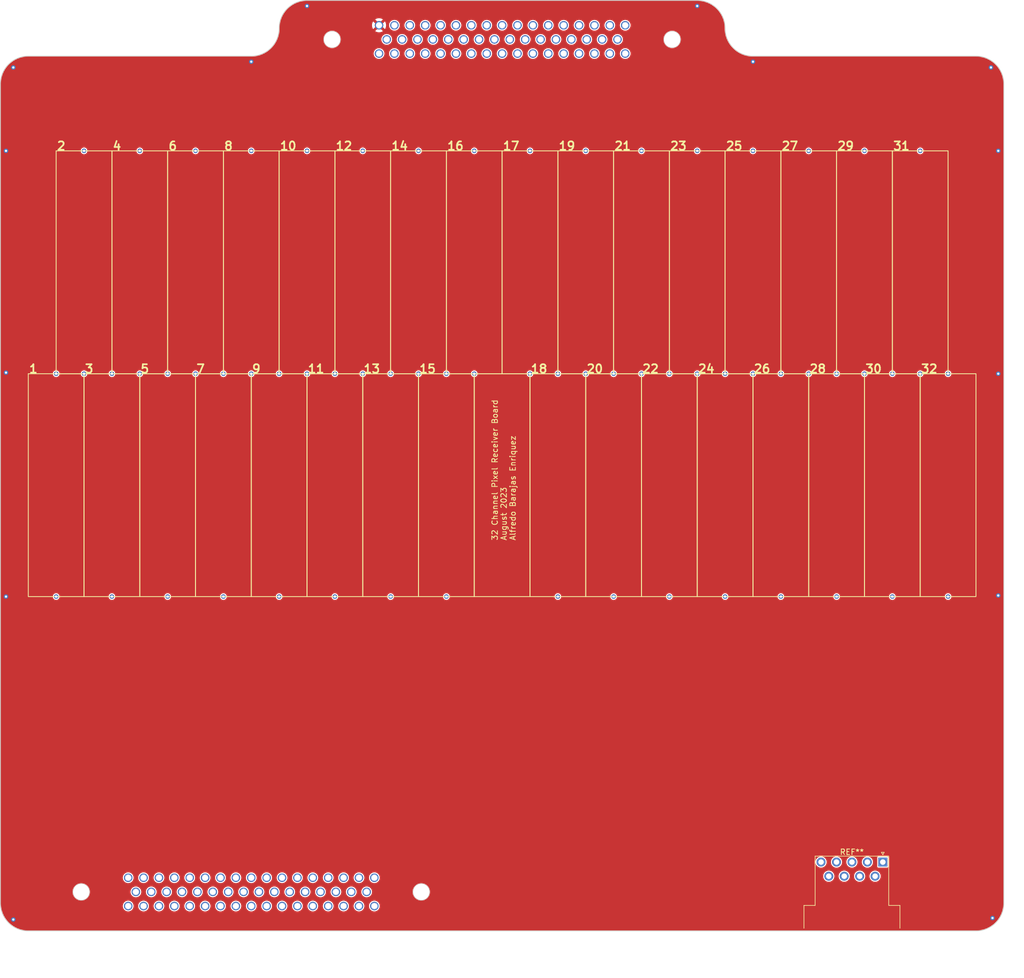
<source format=kicad_pcb>
(kicad_pcb (version 20221018) (generator pcbnew)
  (layers (0 "F.Cu" signal "S.Ground.Layer.Cu.1") (1 "In1.Cu" signal "In.Out.Trace.Layer.Cu.2") (2 "In2.Cu" signal "S.Ground.Layer.Cu.3") (3 "In3.Cu" signal "S.Ground.Layer.Cu.4") (4 "In4.Cu" signal "In.Out.Trace.Layer.Cu.5") (5 "In5.Cu" signal "S.Ground.Layer.Cu.6") (6 "In6.Cu" signal "P.Ground.Layer.Cu.7") (31 "B.Cu" signal "P.Trace.Layer.Cu.8") (34 "B.Paste" user) (35 "F.Paste" user) (36 "B.SilkS" user "B.Silkscreen") (37 "F.SilkS" user "F.Silkscreen") (38 "B.Mask" user) (39 "F.Mask" user) (44 "Edge.Cuts" user))
  (net 0 "")
  (net 1 "Signal.Ground")
  (net 2 "Power.Ground")
  (footprint "1.Local.Library:CONN D-SUB PLUG 50POS RA SLDR" (layer "F.Cu") (at 120 20)
    (fp_text reference "REF**" hide)
    (fp_text value "CONN D-SUB PLUG 50POS RA SLDR" hide)
    (fp_circle (center -30.5 0) (end -29 0) (stroke (width 0.1)) (fill none) (layer "Edge.Cuts"))
    (fp_circle (center 30.5 0) (end 32 0) (stroke (width 0.1)) (fill none) (layer "Edge.Cuts"))
    (pad "1" thru_hole circle (at -22.08 -2.54) (size 1.524 1.524) (drill 1.1) (layers "*.Cu" "*.Mask") (net 1 "Signal.Ground"))
    (pad "2" thru_hole circle (at -19.32 -2.54) (size 1.524 1.524) (drill 1.1) (layers "*.Cu" "*.Mask"))
    (pad "3" thru_hole circle (at -16.56 -2.54) (size 1.524 1.524) (drill 1.1) (layers "*.Cu" "*.Mask"))
    (pad "4" thru_hole circle (at -13.8 -2.54) (size 1.524 1.524) (drill 1.1) (layers "*.Cu" "*.Mask"))
    (pad "5" thru_hole circle (at -11.04 -2.54) (size 1.524 1.524) (drill 1.1) (layers "*.Cu" "*.Mask"))
    (pad "6" thru_hole circle (at -8.28 -2.54) (size 1.524 1.524) (drill 1.1) (layers "*.Cu" "*.Mask"))
    (pad "7" thru_hole circle (at -5.52 -2.54) (size 1.524 1.524) (drill 1.1) (layers "*.Cu" "*.Mask"))
    (pad "8" thru_hole circle (at -2.76 -2.54) (size 1.524 1.524) (drill 1.1) (layers "*.Cu" "*.Mask"))
    (pad "9" thru_hole circle (at 0 -2.54) (size 1.524 1.524) (drill 1.1) (layers "*.Cu" "*.Mask"))
    (pad "10" thru_hole circle (at 2.76 -2.54) (size 1.524 1.524) (drill 1.1) (layers "*.Cu" "*.Mask"))
    (pad "11" thru_hole circle (at 5.52 -2.54) (size 1.524 1.524) (drill 1.1) (layers "*.Cu" "*.Mask"))
    (pad "12" thru_hole circle (at 8.28 -2.54) (size 1.524 1.524) (drill 1.1) (layers "*.Cu" "*.Mask"))
    (pad "13" thru_hole circle (at 11.04 -2.54) (size 1.524 1.524) (drill 1.1) (layers "*.Cu" "*.Mask"))
    (pad "14" thru_hole circle (at 13.8 -2.54) (size 1.524 1.524) (drill 1.1) (layers "*.Cu" "*.Mask"))
    (pad "15" thru_hole circle (at 16.56 -2.54) (size 1.524 1.524) (drill 1.1) (layers "*.Cu" "*.Mask"))
    (pad "16" thru_hole circle (at 19.32 -2.54) (size 1.524 1.524) (drill 1.1) (layers "*.Cu" "*.Mask"))
    (pad "17" thru_hole circle (at 22.08 -2.54) (size 1.524 1.524) (drill 1.1) (layers "*.Cu" "*.Mask"))
    (pad "18" thru_hole circle (at -20.7 0) (size 1.524 1.524) (drill 1.1) (layers "*.Cu" "*.Mask"))
    (pad "19" thru_hole circle (at -17.94 0) (size 1.524 1.524) (drill 1.1) (layers "*.Cu" "*.Mask"))
    (pad "20" thru_hole circle (at -15.18 0) (size 1.524 1.524) (drill 1.1) (layers "*.Cu" "*.Mask"))
    (pad "21" thru_hole circle (at -12.42 0) (size 1.524 1.524) (drill 1.1) (layers "*.Cu" "*.Mask"))
    (pad "22" thru_hole circle (at -9.66 0) (size 1.524 1.524) (drill 1.1) (layers "*.Cu" "*.Mask"))
    (pad "23" thru_hole circle (at -6.9 0) (size 1.524 1.524) (drill 1.1) (layers "*.Cu" "*.Mask"))
    (pad "24" thru_hole circle (at -4.14 0) (size 1.524 1.524) (drill 1.1) (layers "*.Cu" "*.Mask"))
    (pad "25" thru_hole circle (at -1.38 0) (size 1.524 1.524) (drill 1.1) (layers "*.Cu" "*.Mask"))
    (pad "26" thru_hole circle (at 1.38 0) (size 1.524 1.524) (drill 1.1) (layers "*.Cu" "*.Mask"))
    (pad "27" thru_hole circle (at 4.14 0) (size 1.524 1.524) (drill 1.1) (layers "*.Cu" "*.Mask"))
    (pad "28" thru_hole circle (at 6.9 0) (size 1.524 1.524) (drill 1.1) (layers "*.Cu" "*.Mask"))
    (pad "29" thru_hole circle (at 9.66 0) (size 1.524 1.524) (drill 1.1) (layers "*.Cu" "*.Mask"))
    (pad "30" thru_hole circle (at 12.42 0) (size 1.524 1.524) (drill 1.1) (layers "*.Cu" "*.Mask"))
    (pad "31" thru_hole circle (at 15.18 0) (size 1.524 1.524) (drill 1.1) (layers "*.Cu" "*.Mask"))
    (pad "32" thru_hole circle (at 17.94 0) (size 1.524 1.524) (drill 1.1) (layers "*.Cu" "*.Mask"))
    (pad "33" thru_hole circle (at 20.7 0) (size 1.524 1.524) (drill 1.1) (layers "*.Cu" "*.Mask"))
    (pad "34" thru_hole circle (at -22.08 2.54) (size 1.524 1.524) (drill 1.1) (layers "*.Cu" "*.Mask"))
    (pad "35" thru_hole circle (at -19.32 2.54) (size 1.524 1.524) (drill 1.1) (layers "*.Cu" "*.Mask"))
    (pad "36" thru_hole circle (at -16.56 2.54) (size 1.524 1.524) (drill 1.1) (layers "*.Cu" "*.Mask"))
    (pad "37" thru_hole circle (at -13.8 2.54) (size 1.524 1.524) (drill 1.1) (layers "*.Cu" "*.Mask"))
    (pad "38" thru_hole circle (at -11.04 2.54) (size 1.524 1.524) (drill 1.1) (layers "*.Cu" "*.Mask"))
    (pad "39" thru_hole circle (at -8.28 2.54) (size 1.524 1.524) (drill 1.1) (layers "*.Cu" "*.Mask"))
    (pad "40" thru_hole circle (at -5.52 2.54) (size 1.524 1.524) (drill 1.1) (layers "*.Cu" "*.Mask"))
    (pad "41" thru_hole circle (at -2.76 2.54) (size 1.524 1.524) (drill 1.1) (layers "*.Cu" "*.Mask"))
    (pad "42" thru_hole circle (at 0 2.54) (size 1.524 1.524) (drill 1.1) (layers "*.Cu" "*.Mask"))
    (pad "43" thru_hole circle (at 2.76 2.54) (size 1.524 1.524) (drill 1.1) (layers "*.Cu" "*.Mask"))
    (pad "44" thru_hole circle (at 5.52 2.54) (size 1.524 1.524) (drill 1.1) (layers "*.Cu" "*.Mask"))
    (pad "45" thru_hole circle (at 8.28 2.54) (size 1.524 1.524) (drill 1.1) (layers "*.Cu" "*.Mask"))
    (pad "46" thru_hole circle (at 11.04 2.54) (size 1.524 1.524) (drill 1.1) (layers "*.Cu" "*.Mask"))
    (pad "47" thru_hole circle (at 13.8 2.54) (size 1.524 1.524) (drill 1.1) (layers "*.Cu" "*.Mask"))
    (pad "48" thru_hole circle (at 16.56 2.54) (size 1.524 1.524) (drill 1.1) (layers "*.Cu" "*.Mask"))
    (pad "49" thru_hole circle (at 19.32 2.54) (size 1.524 1.524) (drill 1.1) (layers "*.Cu" "*.Mask"))
    (pad "50" thru_hole circle (at 22.08 2.54) (size 1.524 1.524) (drill 1.1) (layers "*.Cu" "*.Mask"))
  )
  (footprint "Connector_Dsub:DSUB-9_Female_Horizontal_P2.77x2.54mm_EdgePinOffset9.40mm" (layer "F.Cu") (at 188.293 167.647)
    (fp_text reference "REF**" (at -5.54 -1.8) (layer "F.SilkS"))
    (fp_text value "DSUB-9_Female_Horizontal_P2.77x2.54mm_EdgePinOffset9.40mm")
    (fp_line (start -14.15 7.78) (end -12.14 7.78) (stroke (width 0.12)) (layer "F.SilkS"))
    (fp_line (start -14.15 11.88) (end -14.15 7.78) (stroke (width 0.12)) (layer "F.SilkS"))
    (fp_line (start -12.14 -1.06) (end 1.06 -1.06) (stroke (width 0.12)) (layer "F.SilkS"))
    (fp_line (start -12.14 7.78) (end -12.14 -1.06) (stroke (width 0.12)) (layer "F.SilkS"))
    (fp_line (start -0.25 -1.754338) (end 0.25 -1.754338) (stroke (width 0.12)) (layer "F.SilkS"))
    (fp_line (start 0 -1.321325) (end -0.25 -1.754338) (stroke (width 0.12)) (layer "F.SilkS"))
    (fp_line (start 0.25 -1.754338) (end 0 -1.321325) (stroke (width 0.12)) (layer "F.SilkS"))
    (fp_line (start 1.06 -1.06) (end 1.06 7.78) (stroke (width 0.12)) (layer "F.SilkS"))
    (fp_line (start 1.06 7.78) (end 3.07 7.78) (stroke (width 0.12)) (layer "F.SilkS"))
    (fp_line (start 3.07 7.78) (end 3.07 11.88) (stroke (width 0.12)) (layer "F.SilkS"))
    (pad "1" thru_hole rect (at 0 0) (size 1.6 1.6) (drill 1) (layers "*.Cu" "*.Mask") (net 2 "Power.Ground"))
    (pad "2" thru_hole circle (at -2.77 0) (size 1.6 1.6) (drill 1) (layers "*.Cu" "*.Mask"))
    (pad "3" thru_hole circle (at -5.54 0) (size 1.6 1.6) (drill 1) (layers "*.Cu" "*.Mask"))
    (pad "4" thru_hole circle (at -8.31 0) (size 1.6 1.6) (drill 1) (layers "*.Cu" "*.Mask"))
    (pad "5" thru_hole circle (at -11.08 0) (size 1.6 1.6) (drill 1) (layers "*.Cu" "*.Mask"))
    (pad "6" thru_hole circle (at -1.385 2.54) (size 1.6 1.6) (drill 1) (layers "*.Cu" "*.Mask"))
    (pad "7" thru_hole circle (at -4.155 2.54) (size 1.6 1.6) (drill 1) (layers "*.Cu" "*.Mask"))
    (pad "8" thru_hole circle (at -6.925 2.54) (size 1.6 1.6) (drill 1) (layers "*.Cu" "*.Mask"))
    (pad "9" thru_hole circle (at -9.695 2.54) (size 1.6 1.6) (drill 1) (layers "*.Cu" "*.Mask"))
  )
  (footprint "1.Local.Library:CONN D-SUB PLUG 50POS RA SLDR" (layer "F.Cu") (at 75 173 180)
    (fp_text reference "REF**" hide)
    (fp_text value "CONN D-SUB PLUG 50POS RA SLDR" hide)
    (fp_circle (center -30.5 0) (end -29 0) (stroke (width 0.1)) (fill none) (layer "Edge.Cuts"))
    (fp_circle (center 30.5 0) (end 32 0) (stroke (width 0.1)) (fill none) (layer "Edge.Cuts"))
    (pad "1" thru_hole circle (at -22.08 -2.54 180) (size 1.524 1.524) (drill 1.1) (layers "*.Cu" "*.Mask"))
    (pad "2" thru_hole circle (at -19.32 -2.54 180) (size 1.524 1.524) (drill 1.1) (layers "*.Cu" "*.Mask"))
    (pad "3" thru_hole circle (at -16.56 -2.54 180) (size 1.524 1.524) (drill 1.1) (layers "*.Cu" "*.Mask"))
    (pad "4" thru_hole circle (at -13.8 -2.54 180) (size 1.524 1.524) (drill 1.1) (layers "*.Cu" "*.Mask"))
    (pad "5" thru_hole circle (at -11.04 -2.54 180) (size 1.524 1.524) (drill 1.1) (layers "*.Cu" "*.Mask"))
    (pad "6" thru_hole circle (at -8.28 -2.54 180) (size 1.524 1.524) (drill 1.1) (layers "*.Cu" "*.Mask"))
    (pad "7" thru_hole circle (at -5.52 -2.54 180) (size 1.524 1.524) (drill 1.1) (layers "*.Cu" "*.Mask"))
    (pad "8" thru_hole circle (at -2.76 -2.54 180) (size 1.524 1.524) (drill 1.1) (layers "*.Cu" "*.Mask"))
    (pad "9" thru_hole circle (at 0 -2.54 180) (size 1.524 1.524) (drill 1.1) (layers "*.Cu" "*.Mask"))
    (pad "10" thru_hole circle (at 2.76 -2.54 180) (size 1.524 1.524) (drill 1.1) (layers "*.Cu" "*.Mask"))
    (pad "11" thru_hole circle (at 5.52 -2.54 180) (size 1.524 1.524) (drill 1.1) (layers "*.Cu" "*.Mask"))
    (pad "12" thru_hole circle (at 8.28 -2.54 180) (size 1.524 1.524) (drill 1.1) (layers "*.Cu" "*.Mask"))
    (pad "13" thru_hole circle (at 11.04 -2.54 180) (size 1.524 1.524) (drill 1.1) (layers "*.Cu" "*.Mask"))
    (pad "14" thru_hole circle (at 13.8 -2.54 180) (size 1.524 1.524) (drill 1.1) (layers "*.Cu" "*.Mask"))
    (pad "15" thru_hole circle (at 16.56 -2.54 180) (size 1.524 1.524) (drill 1.1) (layers "*.Cu" "*.Mask"))
    (pad "16" thru_hole circle (at 19.32 -2.54 180) (size 1.524 1.524) (drill 1.1) (layers "*.Cu" "*.Mask"))
    (pad "17" thru_hole circle (at 22.08 -2.54 180) (size 1.524 1.524) (drill 1.1) (layers "*.Cu" "*.Mask"))
    (pad "18" thru_hole circle (at -20.7 0 180) (size 1.524 1.524) (drill 1.1) (layers "*.Cu" "*.Mask"))
    (pad "19" thru_hole circle (at -17.94 0 180) (size 1.524 1.524) (drill 1.1) (layers "*.Cu" "*.Mask"))
    (pad "20" thru_hole circle (at -15.18 0 180) (size 1.524 1.524) (drill 1.1) (layers "*.Cu" "*.Mask"))
    (pad "21" thru_hole circle (at -12.42 0 180) (size 1.524 1.524) (drill 1.1) (layers "*.Cu" "*.Mask"))
    (pad "22" thru_hole circle (at -9.66 0 180) (size 1.524 1.524) (drill 1.1) (layers "*.Cu" "*.Mask"))
    (pad "23" thru_hole circle (at -6.9 0 180) (size 1.524 1.524) (drill 1.1) (layers "*.Cu" "*.Mask"))
    (pad "24" thru_hole circle (at -4.14 0 180) (size 1.524 1.524) (drill 1.1) (layers "*.Cu" "*.Mask"))
    (pad "25" thru_hole circle (at -1.38 0 180) (size 1.524 1.524) (drill 1.1) (layers "*.Cu" "*.Mask"))
    (pad "26" thru_hole circle (at 1.38 0 180) (size 1.524 1.524) (drill 1.1) (layers "*.Cu" "*.Mask"))
    (pad "27" thru_hole circle (at 4.14 0 180) (size 1.524 1.524) (drill 1.1) (layers "*.Cu" "*.Mask"))
    (pad "28" thru_hole circle (at 6.9 0 180) (size 1.524 1.524) (drill 1.1) (layers "*.Cu" "*.Mask"))
    (pad "29" thru_hole circle (at 9.66 0 180) (size 1.524 1.524) (drill 1.1) (layers "*.Cu" "*.Mask"))
    (pad "30" thru_hole circle (at 12.42 0 180) (size 1.524 1.524) (drill 1.1) (layers "*.Cu" "*.Mask"))
    (pad "31" thru_hole circle (at 15.18 0 180) (size 1.524 1.524) (drill 1.1) (layers "*.Cu" "*.Mask"))
    (pad "32" thru_hole circle (at 17.94 0 180) (size 1.524 1.524) (drill 1.1) (layers "*.Cu" "*.Mask"))
    (pad "33" thru_hole circle (at 20.7 0 180) (size 1.524 1.524) (drill 1.1) (layers "*.Cu" "*.Mask"))
    (pad "34" thru_hole circle (at -22.08 2.54 180) (size 1.524 1.524) (drill 1.1) (layers "*.Cu" "*.Mask"))
    (pad "35" thru_hole circle (at -19.32 2.54 180) (size 1.524 1.524) (drill 1.1) (layers "*.Cu" "*.Mask"))
    (pad "36" thru_hole circle (at -16.56 2.54 180) (size 1.524 1.524) (drill 1.1) (layers "*.Cu" "*.Mask"))
    (pad "37" thru_hole circle (at -13.8 2.54 180) (size 1.524 1.524) (drill 1.1) (layers "*.Cu" "*.Mask"))
    (pad "38" thru_hole circle (at -11.04 2.54 180) (size 1.524 1.524) (drill 1.1) (layers "*.Cu" "*.Mask"))
    (pad "39" thru_hole circle (at -8.28 2.54 180) (size 1.524 1.524) (drill 1.1) (layers "*.Cu" "*.Mask"))
    (pad "40" thru_hole circle (at -5.52 2.54 180) (size 1.524 1.524) (drill 1.1) (layers "*.Cu" "*.Mask"))
    (pad "41" thru_hole circle (at -2.76 2.54 180) (size 1.524 1.524) (drill 1.1) (layers "*.Cu" "*.Mask"))
    (pad "42" thru_hole circle (at 0 2.54 180) (size 1.524 1.524) (drill 1.1) (layers "*.Cu" "*.Mask"))
    (pad "43" thru_hole circle (at 2.76 2.54 180) (size 1.524 1.524) (drill 1.1) (layers "*.Cu" "*.Mask"))
    (pad "44" thru_hole circle (at 5.52 2.54 180) (size 1.524 1.524) (drill 1.1) (layers "*.Cu" "*.Mask"))
    (pad "45" thru_hole circle (at 8.28 2.54 180) (size 1.524 1.524) (drill 1.1) (layers "*.Cu" "*.Mask"))
    (pad "46" thru_hole circle (at 11.04 2.54 180) (size 1.524 1.524) (drill 1.1) (layers "*.Cu" "*.Mask"))
    (pad "47" thru_hole circle (at 13.8 2.54 180) (size 1.524 1.524) (drill 1.1) (layers "*.Cu" "*.Mask"))
    (pad "48" thru_hole circle (at 16.56 2.54 180) (size 1.524 1.524) (drill 1.1) (layers "*.Cu" "*.Mask"))
    (pad "49" thru_hole circle (at 19.32 2.54 180) (size 1.524 1.524) (drill 1.1) (layers "*.Cu" "*.Mask"))
    (pad "50" thru_hole circle (at 22.08 2.54 180) (size 1.524 1.524) (drill 1.1) (layers "*.Cu" "*.Mask"))
  )
  (gr_rect (start 105 80) (end 115 120) (stroke (width 0.15)) (fill none) (layer "F.SilkS"))
  (gr_rect (start 140 40) (end 150 80) (stroke (width 0.15)) (fill none) (layer "F.SilkS"))
  (gr_rect (start 45 80) (end 55 120) (stroke (width 0.15)) (fill none) (layer "F.SilkS"))
  (gr_rect (start 65 80) (end 75 120) (stroke (width 0.15)) (fill none) (layer "F.SilkS"))
  (gr_rect (start 155 80) (end 165 120) (stroke (width 0.15)) (fill none) (layer "F.SilkS"))
  (gr_rect (start 150 40) (end 160 80) (stroke (width 0.15)) (fill none) (layer "F.SilkS"))
  (gr_rect (start 195 80) (end 205 120) (stroke (width 0.15)) (fill none) (layer "F.SilkS"))
  (gr_rect (start 165 80) (end 175 120) (stroke (width 0.15)) (fill none) (layer "F.SilkS"))
  (gr_rect (start 35 80) (end 45 120) (stroke (width 0.15)) (fill none) (layer "F.SilkS"))
  (gr_rect (start 50 40) (end 60 80) (stroke (width 0.15)) (fill none) (layer "F.SilkS"))
  (gr_rect (start 185 80) (end 195 120) (stroke (width 0.15)) (fill none) (layer "F.SilkS"))
  (gr_rect (start 170 40) (end 180 80) (stroke (width 0.15)) (fill none) (layer "F.SilkS"))
  (gr_rect (start 80 40) (end 90 80) (stroke (width 0.15)) (fill none) (layer "F.SilkS"))
  (gr_rect (start 75 80) (end 85 120) (stroke (width 0.15)) (fill none) (layer "F.SilkS"))
  (gr_rect (start 135 80) (end 145 120) (stroke (width 0.15)) (fill none) (layer "F.SilkS"))
  (gr_rect (start 55 80) (end 65 120) (stroke (width 0.15)) (fill none) (layer "F.SilkS"))
  (gr_rect (start 120 40) (end 130 80) (stroke (width 0.15)) (fill none) (layer "F.SilkS"))
  (gr_rect (start 130 40) (end 140 80) (stroke (width 0.15)) (fill none) (layer "F.SilkS"))
  (gr_rect (start 125 80) (end 135 120) (stroke (width 0.15)) (fill none) (layer "F.SilkS"))
  (gr_rect (start 180 40) (end 190 80) (stroke (width 0.15)) (fill none) (layer "F.SilkS"))
  (gr_rect (start 100 40) (end 110 80) (stroke (width 0.15)) (fill none) (layer "F.SilkS"))
  (gr_rect (start 40 40) (end 50 80) (stroke (width 0.15)) (fill none) (layer "F.SilkS"))
  (gr_rect (start 95 80) (end 105 120) (stroke (width 0.15)) (fill none) (layer "F.SilkS"))
  (gr_rect (start 160 40) (end 170 80) (stroke (width 0.15)) (fill none) (layer "F.SilkS"))
  (gr_rect (start 110 40) (end 120 80) (stroke (width 0.15)) (fill none) (layer "F.SilkS"))
  (gr_rect (start 85 80) (end 95 120) (stroke (width 0.15)) (fill none) (layer "F.SilkS"))
  (gr_rect (start 60 40) (end 70 80) (stroke (width 0.15)) (fill none) (layer "F.SilkS"))
  (gr_rect (start 175 80) (end 185 120) (stroke (width 0.15)) (fill none) (layer "F.SilkS"))
  (gr_rect (start 145 80) (end 155 120) (stroke (width 0.15)) (fill none) (layer "F.SilkS"))
  (gr_rect (start 70 40) (end 80 80) (stroke (width 0.15)) (fill none) (layer "F.SilkS"))
  (gr_rect (start 90 40) (end 100 80) (stroke (width 0.15)) (fill none) (layer "F.SilkS"))
  (gr_rect (start 190 40) (end 200 80) (stroke (width 0.15)) (fill none) (layer "F.SilkS"))
  (gr_rect (start 115 80) (end 125 120) (stroke (width 0.15)) (fill none) (layer "F.SilkS"))
  (gr_poly (pts (arc (start 205 180) (mid 208.535534 178.535534) (end 210 175)) (arc (start 210 28) (mid 208.535534 24.464466) (end 205 23)) (arc (start 165 23) (mid 161.464466 21.535534) (end 160 18)) (arc (start 160 18) (mid 158.535534 14.464466) (end 155 13)) (arc (start 85 13) (mid 81.464466 14.464466) (end 80 18)) (arc (start 80 18) (mid 78.535534 21.535534) (end 75 23)) (arc (start 35 23) (mid 31.464466 24.464466) (end 30 28)) (arc (start 30 175) (mid 31.464466 178.535534) (end 35 180))) (stroke (width 0.15)) (fill none) (layer "Edge.Cuts"))
  (gr_text "8" (at 70 40) (layer "F.SilkS") (effects (font (size 1.5 1.5) (thickness 0.3) bold) (justify left bottom)))
  (gr_text "14" (at 100 40) (layer "F.SilkS") (effects (font (size 1.5 1.5) (thickness 0.3) bold) (justify left bottom)))
  (gr_text "32" (at 195 80) (layer "F.SilkS") (effects (font (size 1.5 1.5) (thickness 0.3) bold) (justify left bottom)))
  (gr_text "17" (at 120 40) (layer "F.SilkS") (effects (font (size 1.5 1.5) (thickness 0.3) bold) (justify left bottom)))
  (gr_text "9" (at 75 80) (layer "F.SilkS") (effects (font (size 1.5 1.5) (thickness 0.3) bold) (justify left bottom)))
  (gr_text "16" (at 110 40) (layer "F.SilkS") (effects (font (size 1.5 1.5) (thickness 0.3) bold) (justify left bottom)))
  (gr_text "11" (at 85 80) (layer "F.SilkS") (effects (font (size 1.5 1.5) (thickness 0.3) bold) (justify left bottom)))
  (gr_text "29" (at 180 40) (layer "F.SilkS") (effects (font (size 1.5 1.5) (thickness 0.3) bold) (justify left bottom)))
  (gr_text "28" (at 175 80) (layer "F.SilkS") (effects (font (size 1.5 1.5) (thickness 0.3) bold) (justify left bottom)))
  (gr_text "30" (at 185 80) (layer "F.SilkS") (effects (font (size 1.5 1.5) (thickness 0.3) bold) (justify left bottom)))
  (gr_text "7" (at 65 80) (layer "F.SilkS") (effects (font (size 1.5 1.5) (thickness 0.3) bold) (justify left bottom)))
  (gr_text "31" (at 190 40) (layer "F.SilkS") (effects (font (size 1.5 1.5) (thickness 0.3) bold) (justify left bottom)))
  (gr_text "20" (at 135 80) (layer "F.SilkS") (effects (font (size 1.5 1.5) (thickness 0.3) bold) (justify left bottom)))
  (gr_text "18" (at 125 80) (layer "F.SilkS") (effects (font (size 1.5 1.5) (thickness 0.3) bold) (justify left bottom)))
  (gr_text "6" (at 60 40) (layer "F.SilkS") (effects (font (size 1.5 1.5) (thickness 0.3) bold) (justify left bottom)))
  (gr_text "26" (at 165 80) (layer "F.SilkS") (effects (font (size 1.5 1.5) (thickness 0.3) bold) (justify left bottom)))
  (gr_text "21" (at 140 40) (layer "F.SilkS") (effects (font (size 1.5 1.5) (thickness 0.3) bold) (justify left bottom)))
  (gr_text "1" (at 35 80) (layer "F.SilkS") (effects (font (size 1.5 1.5) (thickness 0.3) bold) (justify left bottom)))
  (gr_text "24" (at 155 80) (layer "F.SilkS") (effects (font (size 1.5 1.5) (thickness 0.3) bold) (justify left bottom)))
  (gr_text "32 Channel Pixel Receiver Board\nAugust 2023\nAlfredo Barajas Enriquez" (at 122.5 110 90) (layer "F.SilkS") (effects (font (size 1 1)) (justify left bottom)))
  (gr_text "4" (at 50 40) (layer "F.SilkS") (effects (font (size 1.5 1.5) (thickness 0.3) bold) (justify left bottom)))
  (gr_text "13" (at 95 80) (layer "F.SilkS") (effects (font (size 1.5 1.5) (thickness 0.3) bold) (justify left bottom)))
  (gr_text "12" (at 90 40) (layer "F.SilkS") (effects (font (size 1.5 1.5) (thickness 0.3) bold) (justify left bottom)))
  (gr_text "2" (at 40 40) (layer "F.SilkS") (effects (font (size 1.5 1.5) (thickness 0.3) bold) (justify left bottom)))
  (gr_text "19" (at 130 40) (layer "F.SilkS") (effects (font (size 1.5 1.5) (thickness 0.3) bold) (justify left bottom)))
  (gr_text "22" (at 145 80) (layer "F.SilkS") (effects (font (size 1.5 1.5) (thickness 0.3) bold) (justify left bottom)))
  (gr_text "23" (at 150 40) (layer "F.SilkS") (effects (font (size 1.5 1.5) (thickness 0.3) bold) (justify left bottom)))
  (gr_text "5" (at 55 80) (layer "F.SilkS") (effects (font (size 1.5 1.5) (thickness 0.3) bold) (justify left bottom)))
  (gr_text "15" (at 105 80) (layer "F.SilkS") (effects (font (size 1.5 1.5) (thickness 0.3) bold) (justify left bottom)))
  (gr_text "27" (at 170 40) (layer "F.SilkS") (effects (font (size 1.5 1.5) (thickness 0.3) bold) (justify left bottom)))
  (gr_text "3" (at 45 80) (layer "F.SilkS") (effects (font (size 1.5 1.5) (thickness 0.3) bold) (justify left bottom)))
  (gr_text "10" (at 80 40) (layer "F.SilkS") (effects (font (size 1.5 1.5) (thickness 0.3) bold) (justify left bottom)))
  (gr_text "25" (at 160 40) (layer "F.SilkS") (effects (font (size 1.5 1.5) (thickness 0.3) bold) (justify left bottom)))
  (via (at 60 120) (size 0.8) (drill 0.4) (layers "F.Cu" "B.Cu") (net 0))
  (via (at 175 80) (size 0.8) (drill 0.4) (layers "F.Cu" "B.Cu") (net 0))
  (via (at 115 40) (size 0.8) (drill 0.4) (layers "F.Cu" "B.Cu") (net 0))
  (via (at 145 80) (size 0.8) (drill 0.4) (layers "F.Cu" "B.Cu") (net 0))
  (via (at 100 120) (size 0.8) (drill 0.4) (layers "F.Cu" "B.Cu") (net 0))
  (via (at 170 80) (size 0.8) (drill 0.4) (layers "F.Cu" "B.Cu") (net 0))
  (via (at 75 80) (size 0.8) (drill 0.4) (layers "F.Cu" "B.Cu") (net 0))
  (via (at 160 80) (size 0.8) (drill 0.4) (layers "F.Cu" "B.Cu") (net 0))
  (via (at 70 80) (size 0.8) (drill 0.4) (layers "F.Cu" "B.Cu") (net 0))
  (via (at 175 40) (size 0.8) (drill 0.4) (layers "F.Cu" "B.Cu") (net 0))
  (via (at 125 40) (size 0.8) (drill 0.4) (layers "F.Cu" "B.Cu") (net 0))
  (via (at 100 80) (size 0.8) (drill 0.4) (layers "F.Cu" "B.Cu") (net 0))
  (via (at 50 80) (size 0.8) (drill 0.4) (layers "F.Cu" "B.Cu") (net 0))
  (via (at 85 80) (size 0.8) (drill 0.4) (layers "F.Cu" "B.Cu") (net 0))
  (via (at 190 120) (size 0.8) (drill 0.4) (layers "F.Cu" "B.Cu") (net 0))
  (via (at 195 40) (size 0.8) (drill 0.4) (layers "F.Cu" "B.Cu") (net 0))
  (via (at 60 80) (size 0.8) (drill 0.4) (layers "F.Cu" "B.Cu") (net 0))
  (via (at 55 80) (size 0.8) (drill 0.4) (layers "F.Cu" "B.Cu") (net 0))
  (via (at 195 80) (size 0.8) (drill 0.4) (layers "F.Cu" "B.Cu") (net 0))
  (via (at 130 80) (size 0.8) (drill 0.4) (layers "F.Cu" "B.Cu") (net 0))
  (via (at 110 120) (size 0.8) (drill 0.4) (layers "F.Cu" "B.Cu") (net 0))
  (via (at 185 40) (size 0.8) (drill 0.4) (layers "F.Cu" "B.Cu") (net 0))
  (via (at 65 40) (size 0.8) (drill 0.4) (layers "F.Cu" "B.Cu") (net 0))
  (via (at 55 40) (size 0.8) (drill 0.4) (layers "F.Cu" "B.Cu") (net 0))
  (via (at 145 40) (size 0.8) (drill 0.4) (layers "F.Cu" "B.Cu") (net 0))
  (via (at 170 120) (size 0.8) (drill 0.4) (layers "F.Cu" "B.Cu") (net 0))
  (via (at 150 80) (size 0.8) (drill 0.4) (layers "F.Cu" "B.Cu") (net 0))
  (via (at 140 80) (size 0.8) (drill 0.4) (layers "F.Cu" "B.Cu") (net 0))
  (via (at 115 80) (size 0.8) (drill 0.4) (layers "F.Cu" "B.Cu") (net 0))
  (via (at 165 80) (size 0.8) (drill 0.4) (layers "F.Cu" "B.Cu") (net 0))
  (via (at 190 80) (size 0.8) (drill 0.4) (layers "F.Cu" "B.Cu") (net 0))
  (via (at 95 40) (size 0.8) (drill 0.4) (layers "F.Cu" "B.Cu") (net 0))
  (via (at 80 120) (size 0.8) (drill 0.4) (layers "F.Cu" "B.Cu") (net 0))
  (via (at 105 80) (size 0.8) (drill 0.4) (layers "F.Cu" "B.Cu") (net 0))
  (via (at 155 40) (size 0.8) (drill 0.4) (layers "F.Cu" "B.Cu") (net 0))
  (via (at 90 80) (size 0.8) (drill 0.4) (layers "F.Cu" "B.Cu") (net 0))
  (via (at 160 120) (size 0.8) (drill 0.4) (layers "F.Cu" "B.Cu") (net 0))
  (via (at 200 120) (size 0.8) (drill 0.4) (layers "F.Cu" "B.Cu") (net 0))
  (via (at 40 80) (size 0.8) (drill 0.4) (layers "F.Cu" "B.Cu") (net 0))
  (via (at 180 120) (size 0.8) (drill 0.4) (layers "F.Cu" "B.Cu") (net 0))
  (via (at 85 40) (size 0.8) (drill 0.4) (layers "F.Cu" "B.Cu") (net 0))
  (via (at 45 40) (size 0.8) (drill 0.4) (layers "F.Cu" "B.Cu") (net 0))
  (via (at 110 80) (size 0.8) (drill 0.4) (layers "F.Cu" "B.Cu") (net 0))
  (via (at 180 80) (size 0.8) (drill 0.4) (layers "F.Cu" "B.Cu") (net 0))
  (via (at 150 120) (size 0.8) (drill 0.4) (layers "F.Cu" "B.Cu") (net 0))
  (via (at 155 80) (size 0.8) (drill 0.4) (layers "F.Cu" "B.Cu") (net 0))
  (via (at 50 120) (size 0.8) (drill 0.4) (layers "F.Cu" "B.Cu") (net 0))
  (via (at 95 80) (size 0.8) (drill 0.4) (layers "F.Cu" "B.Cu") (net 0))
  (via (at 165 40) (size 0.8) (drill 0.4) (layers "F.Cu" "B.Cu") (net 0))
  (via (at 70 120) (size 0.8) (drill 0.4) (layers "F.Cu" "B.Cu") (net 0))
  (via (at 90 120) (size 0.8) (drill 0.4) (layers "F.Cu" "B.Cu") (net 0))
  (via (at 130 120) (size 0.8) (drill 0.4) (layers "F.Cu" "B.Cu") (net 0))
  (via (at 140 120) (size 0.8) (drill 0.4) (layers "F.Cu" "B.Cu") (net 0))
  (via (at 135 80) (size 0.8) (drill 0.4) (layers "F.Cu" "B.Cu") (net 0))
  (via (at 200 80) (size 0.8) (drill 0.4) (layers "F.Cu" "B.Cu") (net 0))
  (via (at 45 80) (size 0.8) (drill 0.4) (layers "F.Cu" "B.Cu") (net 0))
  (via (at 185 80) (size 0.8) (drill 0.4) (layers "F.Cu" "B.Cu") (net 0))
  (via (at 125 80) (size 0.8) (drill 0.4) (layers "F.Cu" "B.Cu") (net 0))
  (via (at 105 40) (size 0.8) (drill 0.4) (layers "F.Cu" "B.Cu") (net 0))
  (via (at 135 40) (size 0.8) (drill 0.4) (layers "F.Cu" "B.Cu") (net 0))
  (via (at 40 120) (size 0.8) (drill 0.4) (layers "F.Cu" "B.Cu") (net 0))
  (via (at 65 80) (size 0.8) (drill 0.4) (layers "F.Cu" "B.Cu") (net 0))
  (via (at 80 80) (size 0.8) (drill 0.4) (layers "F.Cu" "B.Cu") (net 0))
  (via (at 75 40) (size 0.8) (drill 0.4) (layers "F.Cu" "B.Cu") (net 0))
  (via (at 30.999964 40) (size 0.8) (drill 0.4) (layers "F.Cu" "B.Cu") (net 1))
  (via (at 207.965592 177.687856) (size 0.8) (drill 0.4) (layers "F.Cu" "B.Cu") (net 1))
  (via (at 207.68788 25.034382) (size 0.8) (drill 0.4) (layers "F.Cu" "B.Cu") (net 1))
  (via (at 75 23.999964) (size 0.8) (drill 0.4) (layers "F.Cu" "B.Cu") (net 1))
  (via (at 209.000036 40) (size 0.8) (drill 0.4) (layers "F.Cu" "B.Cu") (net 1))
  (via (at 85 13.999964) (size 0.8) (drill 0.4) (layers "F.Cu" "B.Cu") (net 1))
  (via (at 155 13.999964) (size 0.8) (drill 0.4) (layers "F.Cu" "B.Cu") (net 1))
  (via (at 208.997591 119.803611) (size 0.8) (drill 0.4) (layers "F.Cu" "B.Cu") (net 1))
  (via (at 165 23.999964) (size 0.8) (drill 0.4) (layers "F.Cu" "B.Cu") (net 1))
  (via (at 209 80) (size 0.8) (drill 0.4) (layers "F.Cu" "B.Cu") (net 1))
  (via (at 31 120) (size 0.8) (drill 0.4) (layers "F.Cu" "B.Cu") (net 1))
  (via (at 31.002409 79.803611) (size 0.8) (drill 0.4) (layers "F.Cu" "B.Cu") (net 1))
  (via (at 32.31212 25.034382) (size 0.8) (drill 0.4) (layers "F.Cu" "B.Cu") (net 1))
  (via (at 32.312144 177.965592) (size 0.8) (drill 0.4) (layers "F.Cu" "B.Cu") (net 1))
  (zone (net 1) (net_name "Signal.Ground") (layers "F.Cu" "In2.Cu" "In3.Cu" "In5.Cu") (connect_pads (clearance 0)) (min_thickness 0.25) (fill yes (thermal_gap 0.5) (thermal_bridge_width 0.5))
    (polygon (pts (xy 34.797 180.061) (xy 205.208 180.061) (xy 205.878 179.983) (xy 206.321 179.875) (xy 207.117 179.603) (xy 207.606 179.34) (xy 208.392 178.768) (xy 209.155 177.901) (xy 209.669 176.974) (xy 209.917 176.188) (xy 210.048 175.347) (xy 210.06 174.457) (xy 210.06 27.831) (xy 210.022 27.346) (xy 209.941 26.9) (xy 209.715 26.162) (xy 209.475 25.621) (xy 209.166 25.115) (xy 208.738 24.578) (xy 208.404 24.248) (xy 208.09 23.991) (xy 207.52 23.609) (xy 207.193 23.437) (xy 206.523 23.166) (xy 206.094 23.055) (xy 205.657 22.973) (xy 205.214 22.941) (xy 164.786 22.941) (xy 164.347 22.896) (xy 163.883 22.813) (xy 163.465 22.697) (xy 163.041 22.532) (xy 162.598 22.315) (xy 162.176 22.043) (xy 161.711 21.689) (xy 161.323 21.294) (xy 161 20.887) (xy 160.757 20.522) (xy 160.571 20.178) (xy 160.421 19.828) (xy 160.274 19.436) (xy 160.162 18.984) (xy 160.056 18.352) (xy 160.06 17.806) (xy 160.02 17.317) (xy 159.943 16.9) (xy 159.829 16.485) (xy 159.677 16.069) (xy 159.505 15.673) (xy 159.272 15.27) (xy 159.015 14.92) (xy 158.73 14.578) (xy 158.409 14.268) (xy 158.002 13.93) (xy 157.701 13.719) (xy 157.3 13.484) (xy 156.91 13.309) (xy 156.503 13.15) (xy 155.726 12.978) (xy 155.175 12.929) (xy 84.779 12.929) (xy 84.339 12.972) (xy 83.907 13.048) (xy 83.468 13.165) (xy 83.057 13.317) (xy 82.655 13.5) (xy 82.289 13.714) (xy 81.997 13.919) (xy 81.852 14.031) (xy 81.669 14.183) (xy 81.407 14.43) (xy 81.228 14.621) (xy 81.035 14.851) (xy 80.873 15.059) (xy 80.717 15.29) (xy 80.503 15.658) (xy 80.308 16.071) (xy 80.162 16.47) (xy 80.05 16.903) (xy 79.974 17.336) (xy 79.931 17.777) (xy 79.927 18.22) (xy 79.892 18.639) (xy 79.806 19.105) (xy 79.661 19.644) (xy 79.575 19.848) (xy 79.422 20.178) (xy 79.346 20.333) (xy 79.152 20.66) (xy 78.912 21.004) (xy 78.631 21.343) (xy 78.327 21.647) (xy 77.976 21.931) (xy 77.649 22.163) (xy 77.264 22.382) (xy 76.842 22.578) (xy 76.477 22.708) (xy 76.062 22.821) (xy 75.622 22.898) (xy 75.193 22.931) (xy 34.796 22.931) (xy 34.341 22.972) (xy 33.902 23.05) (xy 33.473 23.168) (xy 33.047 23.323) (xy 32.655 23.508) (xy 32.271 23.729) (xy 31.857 24.026) (xy 31.572 24.264) (xy 31.267 24.568) (xy 30.936 24.966) (xy 30.821 25.13) (xy 30.5 25.659) (xy 30.294 26.118) (xy 30.141 26.563) (xy 30.045 26.912) (xy 29.973 27.333) (xy 29.934 27.778) (xy 29.934 175.198) (xy 29.977 175.662) (xy 30.052 176.095) (xy 30.163 176.53) (xy 30.319 176.951) (xy 30.523 177.376) (xy 30.75 177.773) (xy 30.989 178.105) (xy 31.377 178.535) (xy 31.876 178.987) (xy 32.289 179.276) (xy 32.666 179.497) (xy 33.339 179.787) (xy 33.738 179.906) (xy 34.343 180.028)))
  )
)
</source>
